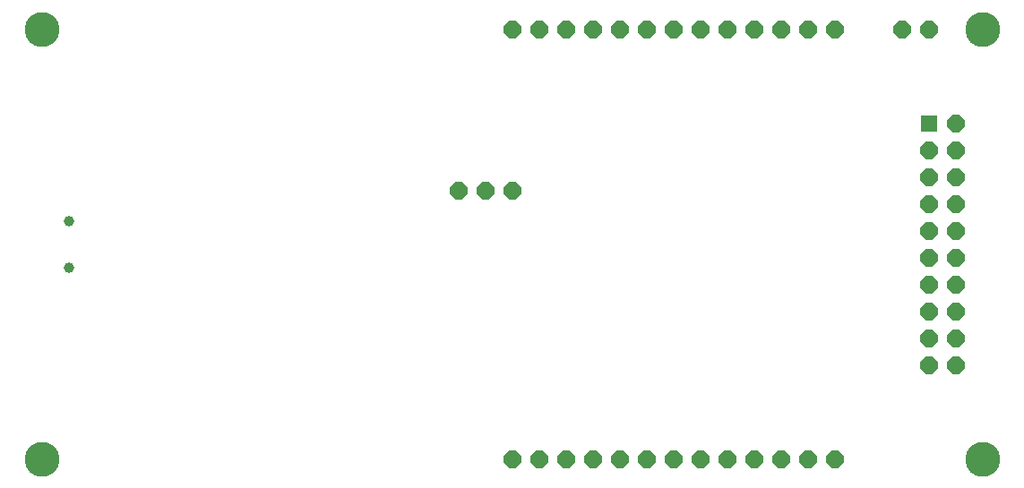
<source format=gbs>
G75*
G70*
%OFA0B0*%
%FSLAX24Y24*%
%IPPOS*%
%LPD*%
%AMOC8*
5,1,8,0,0,1.08239X$1,22.5*
%
%ADD10C,0.1300*%
%ADD11R,0.0640X0.0640*%
%ADD12OC8,0.0640*%
%ADD13C,0.0394*%
D10*
X001454Y001202D03*
X001454Y017202D03*
X036454Y017202D03*
X036454Y001202D03*
D11*
X034454Y013702D03*
D12*
X035454Y013702D03*
X035454Y012702D03*
X034454Y012702D03*
X034454Y011702D03*
X035454Y011702D03*
X035454Y010702D03*
X034454Y010702D03*
X034454Y009702D03*
X035454Y009702D03*
X035454Y008702D03*
X034454Y008702D03*
X034454Y007702D03*
X035454Y007702D03*
X035454Y006702D03*
X034454Y006702D03*
X034454Y005702D03*
X035454Y005702D03*
X035454Y004702D03*
X034454Y004702D03*
X030954Y001202D03*
X029954Y001202D03*
X028954Y001202D03*
X027954Y001202D03*
X026954Y001202D03*
X025954Y001202D03*
X024954Y001202D03*
X023954Y001202D03*
X022954Y001202D03*
X021954Y001202D03*
X020954Y001202D03*
X019954Y001202D03*
X018954Y001202D03*
X018954Y011202D03*
X017954Y011202D03*
X016954Y011202D03*
X018954Y017202D03*
X019954Y017202D03*
X020954Y017202D03*
X021954Y017202D03*
X022954Y017202D03*
X023954Y017202D03*
X024954Y017202D03*
X025954Y017202D03*
X026954Y017202D03*
X027954Y017202D03*
X028954Y017202D03*
X029954Y017202D03*
X030954Y017202D03*
X033454Y017202D03*
X034454Y017202D03*
D13*
X002454Y010068D03*
X002454Y008335D03*
M02*

</source>
